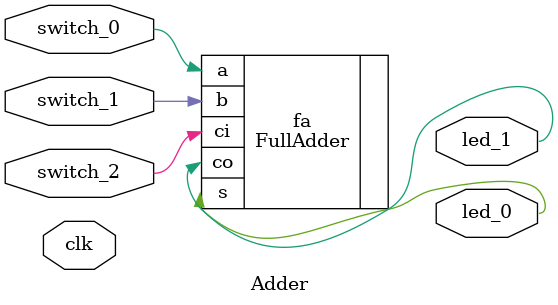
<source format=v>
module Adder (
	input wire clk, // 50MHz input clock
	input wire switch_0,
	input wire switch_1,
	input wire switch_2,
	output wire led_0, // LED ouput
	output wire led_1 // LED ouput
);
	FullAdder fa(.a(switch_0), .b(switch_1), .ci(switch_2), .s(led_0), .co(led_1));
endmodule

</source>
